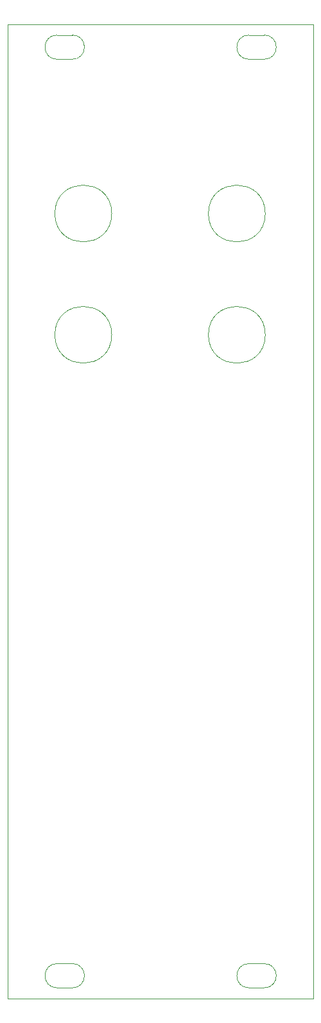
<source format=gbr>
G04 #@! TF.GenerationSoftware,KiCad,Pcbnew,(5.1.5-0)*
G04 #@! TF.CreationDate,2021-01-20T17:01:45-08:00*
G04 #@! TF.ProjectId,4seq,34736571-2e6b-4696-9361-645f70636258,rev?*
G04 #@! TF.SameCoordinates,Original*
G04 #@! TF.FileFunction,Profile,NP*
%FSLAX46Y46*%
G04 Gerber Fmt 4.6, Leading zero omitted, Abs format (unit mm)*
G04 Created by KiCad (PCBNEW (5.1.5-0)) date 2021-01-20 17:01:45*
%MOMM*%
%LPD*%
G04 APERTURE LIST*
%ADD10C,0.050000*%
G04 APERTURE END LIST*
D10*
X13700000Y-40950000D02*
G75*
G03X13700000Y-40950000I-3750000J0D01*
G01*
X33950000Y-40950000D02*
G75*
G03X33950000Y-40950000I-3750000J0D01*
G01*
X13700000Y-24950000D02*
G75*
G03X13700000Y-24950000I-3750000J0D01*
G01*
X33950000Y-24950000D02*
G75*
G03X33950000Y-24950000I-3750000J0D01*
G01*
X8500000Y-123900000D02*
G75*
G02X8500000Y-127100000I0J-1600000D01*
G01*
X6500000Y-123900000D02*
X8500000Y-123900000D01*
X6500000Y-127100000D02*
G75*
G02X6500000Y-123900000I0J1600000D01*
G01*
X6500000Y-127100000D02*
X8500000Y-127100000D01*
X8500000Y-1400000D02*
G75*
G02X8500000Y-4600000I0J-1600000D01*
G01*
X6500000Y-1400000D02*
X8500000Y-1400000D01*
X6500000Y-4600000D02*
G75*
G02X6500000Y-1400000I0J1600000D01*
G01*
X6500000Y-4600000D02*
X8500000Y-4600000D01*
X33800000Y-123900000D02*
G75*
G02X33800000Y-127100000I0J-1600000D01*
G01*
X31800000Y-123900000D02*
X33800000Y-123900000D01*
X31800000Y-127100000D02*
G75*
G02X31800000Y-123900000I0J1600000D01*
G01*
X31800000Y-127100000D02*
X33800000Y-127100000D01*
X31800000Y-1400000D02*
X33800000Y-1400000D01*
X31800000Y-4600000D02*
X33800000Y-4600000D01*
X31800000Y-4600000D02*
G75*
G02X31800000Y-1400000I0J1600000D01*
G01*
X33800000Y-1400000D02*
G75*
G02X33800000Y-4600000I0J-1600000D01*
G01*
X0Y-128500000D02*
X0Y0D01*
X40300000Y-128500000D02*
X0Y-128500000D01*
X40300000Y0D02*
X40300000Y-128500000D01*
X0Y0D02*
X40300000Y0D01*
M02*

</source>
